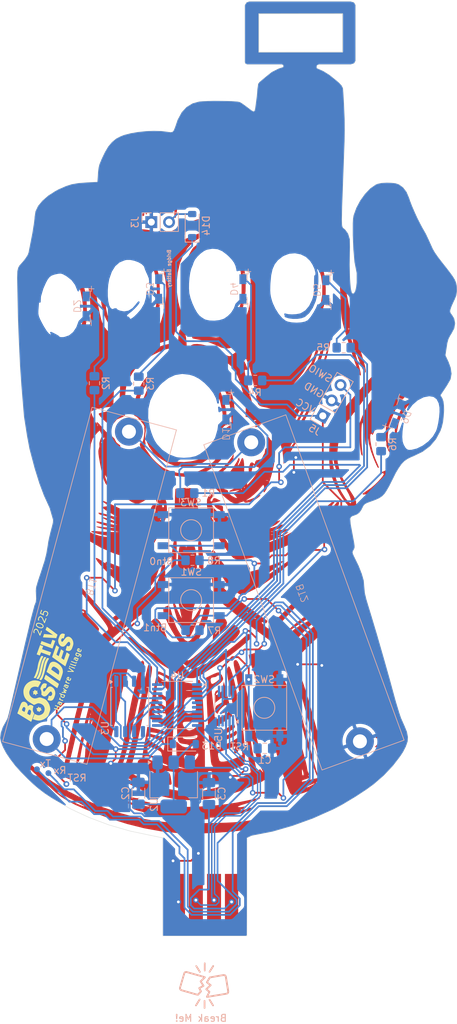
<source format=kicad_pcb>
(kicad_pcb (version 20240108) (generator "pcbnew") (generator_version "8.0")
  (layers (0 "F.Cu" signal) (31 "B.Cu" signal) (34 "B.Paste" user) (35 "F.Paste" user) (36 "B.SilkS" user "B.Silkscreen") (37 "F.SilkS" user "F.Silkscreen") (38 "B.Mask" user) (39 "F.Mask" user) (44 "Edge.Cuts" user))
  (net 0 "")
  (net 1 "VCC")
  (net 2 "GND")
  (net 3 "RST")
  (net 4 "PC4")
  (net 5 "MISO")
  (net 6 "MOSI")
  (net 7 "SCK")
  (net 8 "SWIO")
  (net 9 "PC3")
  (net 10 "PC2")
  (net 11 "PC1")
  (net 12 "RX")
  (net 15 "PD2")
  (net 16 "PD3")
  (net 17 "3.3v")
  (net 18 "D+")
  (net 19 "D-")
  (net 20 "RXOUT")
  (net 21 "PD4")
  (net 25 "Net-(D1-A)")
  (net 26 "Net-(D2-A)")
  (net 27 "Net-(D3-A)")
  (net 28 "PC0")
  (net 29 "PD0")
  (net 30 "Net-(D4-A)")
  (net 31 "Net-(D5-A)")
  (net 32 "Net-(D6-A)")
  (net 33 "Net-(D13-A)")
  (net 34 "Net-(D14-A)")
  (net 35 "Net-(BT1--)")
  (footprint "LOGO" (layer "F.Cu") (at 0 0)
    (property "Reference" "G***" (hide yes))
    (property "Value" "LOGO" (hide yes))
  )
  (footprint "Connectors:usb-PCB" (layer "F.Cu") (at -4.02 80.05)
    (property "Reference" "J2" (hide yes))
    (property "Value" "USB_A" (hide yes))
  )
  (footprint "LOGO" (layer "F.Cu") (at -4.06 87.25)
    (property "Reference" "G***" (hide yes))
    (property "Value" "LOGO" (hide yes))
  )
  (footprint "LOGO" (layer "F.Cu") (at -26.85 43.06 70)
    (property "Reference" "G***" (hide yes))
    (property "Value" "LOGO" (hide yes))
  )
  (footprint "LOGO" (layer "F.Cu") (at 0 0)
    (property "Reference" "G***" (hide yes))
    (property "Value" "LOGO" (hide yes))
  )
  (footprint "LED_SMD:XL-2810" (layer "B.Cu") (at -10.65 -12.5 90)
    (property "Reference" "D3")
    (property "Value" "LED")
  )
  (footprint "LED_SMD:XL-2810" (layer "B.Cu") (at 23.6 5.4 -110)
    (property "Reference" "D6")
    (property "Value" "LED")
  )
  (footprint "Resistor_SMD:R_0805_2012Metric_Pad1.20x1.40mm_HandSolder" (layer "B.Cu") (at 21.2 9.7 90)
    (property "Reference" "R6")
    (property "Value" "100")
  )
  (footprint "Resistor_SMD:R_0805_2012Metric_Pad1.20x1.40mm_HandSolder" (layer "B.Cu") (at -5.8 26.3 180)
    (property "Reference" "R8")
    (property "Value" "1k")
  )
  (footprint "Package_SO:SOIC-8_5.23x5.23mm_P1.27mm" (layer "B.Cu") (at -14.8 47.2 -90)
    (property "Reference" "U3")
    (property "Value" "W25Q128JVS")
  )
  (footprint "SMD-Button-6x6-4Pin:SMD-BTN-6x6-4Pin" (layer "B.Cu") (at 4.475 47.4 90)
    (property "Reference" "SW2")
    (property "Value" "SW_Push")
  )
  (footprint "Diode_SMD:D_SOD-123" (layer "B.Cu") (at -6.984 52.578)
    (property "Reference" "D13")
    (property "Value" "D")
  )
  (footprint "SMD-Button-6x6-4Pin:SMD-BTN-6x6-4Pin" (layer "B.Cu") (at -6 32 180)
    (property "Reference" "SW1")
    (property "Value" "SW_Push")
  )
  (footprint "SMD-Button-6x6-4Pin:SMD-BTN-6x6-4Pin" (layer "B.Cu") (at -6 22 180)
    (property "Reference" "SW3")
    (property "Value" "SW_Push")
  )
  (footprint "Connector_PinHeader_2.54mm:PinHeader_1x03_P2.54mm_Vertical" (layer "B.Cu") (at 12.85 5.65 -30)
    (property "Reference" "J5")
    (property "Value" "Conn_01x03_Pin")
  )
  (footprint "Resistor_SMD:R_0805_2012Metric_Pad1.20x1.40mm_HandSolder" (layer "B.Cu") (at -13.5 1.05 90)
    (property "Reference" "R3")
    (property "Value" "100")
  )
  (footprint "Capacitor_SMD:C_1206_3216Metric_Pad1.33x1.80mm_HandSolder" (layer "B.Cu") (at -13.55 59.6125 -90)
    (property "Reference" "C2")
    (property "Value" "100uF")
  )
  (footprint "Resistor_SMD:R_0805_2012Metric_Pad1.20x1.40mm_HandSolder" (layer "B.Cu") (at -5.8 36.3 180)
    (property "Reference" "R7")
    (property "Value" "1k")
  )
  (footprint "Package_SO:TSSOP-20_4.4x6.5mm_P0.65mm" (layer "B.Cu") (at -8 47 180)
    (property "Reference" "U4")
    (property "Value" "CH32V003F4P6")
  )
  (footprint "LED_SMD:XL-2810" (layer "B.Cu") (at -1.025 4.77 90)
    (property "Reference" "D1")
    (property "Value" "LED")
  )
  (footprint "Resistor_SMD:R_0805_2012Metric_Pad1.20x1.40mm_HandSolder" (layer "B.Cu") (at 3.17 0.59 180)
    (property "Reference" "R4")
    (property "Value" "100")
  )
  (footprint "LED_SMD:XL-2810" (layer "B.Cu") (at 1.415 -12.49 90)
    (property "Reference" "D4")
    (property "Value" "LED")
  )
  (footprint "Resistor_SMD:R_0805_2012Metric_Pad1.20x1.40mm_HandSolder" (layer "B.Cu") (at 15.84 -4.1 180)
    (property "Reference" "R5")
    (property "Value" "100")
  )
  (footprint "LED_SMD:XL-2810" (layer "B.Cu") (at 13.29 -12.33 90)
    (property "Reference" "D5")
    (property "Value" "LED")
  )
  (footprint "Package_TO_SOT_SMD:SOT-223-3_TabPin2" (layer "B.Cu") (at -8.5 58.35 -90)
    (property "Reference" "U2")
    (property "Value" "AMS1117-3.3")
  )
  (footprint "Connector_PinHeader_2.54mm:PinHeader_1x02_P2.54mm_Vertical" (layer "B.Cu") (at -11.7 -22.05 -90)
    (property "Reference" "J3")
    (property "Value" "Conn_01x02_Pin")
  )
  (footprint "Capacitor_SMD:C_1206_3216Metric_Pad1.33x1.80mm_HandSolder" (layer "B.Cu") (at -3.45 59.6625 90)
    (property "Reference" "C3")
    (property "Value" "100uF")
  )
  (footprint "Resistor_SMD:R_0805_2012Metric_Pad1.20x1.40mm_HandSolder" (layer "B.Cu") (at -19.84 0.98 90)
    (property "Reference" "R2")
    (property "Value" "100")
  )
  (footprint "Package_SO:MSOP-10_3x3mm_P0.5mm" (layer "B.Cu") (at -1 47.15 90)
    (property "Reference" "U5")
    (property "Value" "CH340E")
  )
  (footprint "Capacitor_SMD:C_0805_2012Metric_Pad1.18x1.45mm_HandSolder" (layer "B.Cu") (at 4.55 53.2)
    (property "Reference" "C1")
    (property "Value" "100nF")
  )
  (footprint "Diode_SMD:D_SOD-123" (layer "B.Cu") (at -5.85 -21.55 90)
    (property "Reference" "D14")
    (property "Value" "D")
  )
  (footprint "Battery:BH-AAA-A1AJ001" (layer "B.Cu") (at 10.384924 30.814495 -70)
    (property "Reference" "BT2")
    (property "Value" "BATTERY-AAA")
  )
  (footprint "Resistor_SMD:R_0805_2012Metric_Pad1.20x1.40mm_HandSolder" (layer "B.Cu") (at -6.55 16.7 180)
    (property "Reference" "R1")
    (property "Value" "100")
  )
  (footprint "LED_SMD:XL-2810" (layer "B.Cu") (at -21.04 -10.025 90)
    (property "Reference" "D2")
    (property "Value" "LED")
  )
  (footprint "Battery:BH-AAA-A1AJ001" (layer "B.Cu") (at -20.791481 29.885295 75)
    (property "Reference" "BT1")
    (property "Value" "BATTERY-AAA")
  )
  (gr_circle (center -26.435 56.735) (end -26.225 56.975) (stroke (width 0.2)) (fill solid) (layer "B.Cu") (net 12))
  (gr_circle (center -28.075 56.185) (end -27.865 56.425) (stroke (width 0.2)) (fill solid) (layer "B.Cu") (net 20))
  (gr_circle (center -23.87 58.3) (end -23.66 58.54) (stroke (width 0.2)) (fill solid) (layer "B.Cu") (net 3))
  (gr_line (start 3.69 -51.85) (end 15.69 -51.86) (stroke (width 0.1)) (layer "Edge.Cuts"))
  (gr_line (start 3.69 -46.35) (end 3.69 -51.85) (stroke (width 0.1)) (layer "Edge.Cuts"))
  (gr_line (start 15.69 -46.36) (end 15.69 -51.86) (stroke (width 0.1)) (layer "Edge.Cuts"))
  (gr_poly (pts (xy -33.34 51.69) (xy -33.23 52.29) (xy -32.94 53.03) (xy -32.5 53.86) (xy -31.9 54.75) (xy -31.19 55.68) (xy -30.37 56.59) (xy -29.37 57.6) (xy -28.6 58.33) (xy -27.86 58.96) (xy -26.98 59.63) (xy -25.98 60.29) (xy -25.28 60.7) (xy -24.42 61.19) (xy -23.37 61.79) (xy -22.58 62.17) (xy -20.61 63.08) (xy -17.79 64.14) (xy -14.74 65.02) (xy -11.65 65.67) (xy -10.05 66) (xy -10.05 80.02) (xy 2 80.02) (xy 2 66) (xy 2.67 65.68) (xy 5.69 65.09) (xy 8.53 64.27) (xy 11.44 63.22) (xy 14.45 61.88) (xy 15.64 61.25) (xy 17.56 60.1) (xy 19.1 59.09) (xy 20.16 58.32) (xy 21.59 57.08) (xy 22.89 55.7) (xy 23.71 54.64) (xy 23.99 54.26) (xy 24.34 53.73) (xy 24.75 52.93) (xy 25 52.21) (xy 25.04 51.57) (xy 24.9 50.83) (xy 24.56 50) (xy 24.39 49.62) (xy 24.05 48.85) (xy 23.8 48.11) (xy 23.29 46.43) (xy 22.4 43.17) (xy 21.65 40.52) (xy 20.61 36.91) (xy 19.86 34.41) (xy 19.1 31.92) (xy 18.87 30.97) (xy 18.71 29.19) (xy 18.44 28.25) (xy 17.99 27.1) (xy 17.25 25.59) (xy 17.12 25.25) (xy 17.13 25.06) (xy 17.35 24.64) (xy 17.4 24.47) (xy 17.4 24.22) (xy 17.35 23.84) (xy 16.84 21.12) (xy 16.78 20.37) (xy 16.87 20.16) (xy 17.02 20.03) (xy 17.74 19.76) (xy 18.07 19.52) (xy 18.34 19.16) (xy 18.68 18.5) (xy 18.89 18.27) (xy 19.22 18.1) (xy 20.4 17.67) (xy 20.93 17.43) (xy 21.35 17.15) (xy 21.69 16.8) (xy 21.98 16.37) (xy 22.36 15.71) (xy 22.97 14.5) (xy 23.29 13.85) (xy 23.69 13.18) (xy 24.12 12.56) (xy 24.52 12.14) (xy 25 11.81) (xy 25.55 11.54) (xy 25.81 11.44) (xy 27.14 10.8) (xy 28.23 9.98) (xy 29.06 9) (xy 29.69 7.83) (xy 29.89 7.27) (xy 30.07 6.53) (xy 30.16 5.73) (xy 30.22 4.86) (xy 30.2 4.19) (xy 30.13 3.59) (xy 29.97 3.13) (xy 29.71 2.71) (xy 30.22 1.95) (xy 30.64 1.31) (xy 31.09 0.53) (xy 31.15 0.41) (xy 31.29 -0.37) (xy 31.16 -1.25) (xy 30.86 -2.07) (xy 30.42 -3) (xy 30.42 -3.05) (xy 30.69 -4.78) (xy 30.85 -5.34) (xy 31.08 -5.79) (xy 31.27 -6.09) (xy 31.67 -6.84) (xy 31.8 -7.58) (xy 31.66 -8.28) (xy 31.37 -8.76) (xy 31.15 -9.06) (xy 31.08 -9.3) (xy 31.13 -9.57) (xy 31.29 -10.02) (xy 31.57 -10.64) (xy 31.75 -11.02) (xy 31.96 -11.54) (xy 32.05 -12.14) (xy 32.05 -12.45) (xy 32.03 -12.93) (xy 31.94 -13.37) (xy 31.77 -13.8) (xy 31.48 -14.28) (xy 31.09 -14.82) (xy 30.57 -15.5) (xy 29.95 -16.28) (xy 29.33 -17.09) (xy 28.88 -17.74) (xy 28.59 -18.25) (xy 28.27 -18.96) (xy 28 -19.55) (xy 27.76 -20.06) (xy 27.61 -20.38) (xy 27.14 -21.2) (xy 26.87 -21.7) (xy 26.41 -22.6) (xy 26.02 -23.45) (xy 25.63 -24.35) (xy 25.32 -25.16) (xy 25.22 -25.48) (xy 24.84 -26.37) (xy 24.34 -27.02) (xy 23.74 -27.45) (xy 23.28 -27.6) (xy 22.67 -27.67) (xy 22.02 -27.69) (xy 21.29 -27.65) (xy 20.71 -27.53) (xy 20.45 -27.43) (xy 19.65 -26.88) (xy 18.88 -26.07) (xy 18.2 -25.12) (xy 17.65 -24.09) (xy 17.26 -23.02) (xy 17.18 -22.53) (xy 17.14 -21.88) (xy 17.14 -20.2) (xy 17.23 -18.13) (xy 17.39 -16.32) (xy 17.7 -14.77) (xy 17.7 -13.4) (xy 17.63 -12.78) (xy 17.5 -12.21) (xy 17.31 -11.88) (xy 17.14 -11.83) (xy 17 -11.98) (xy 16.87 -12.52) (xy 16.8 -13.25) (xy 16.74 -14.13) (xy 16.7 -15.95) (xy 16.74 -18.48) (xy 16.72 -19.6) (xy 16.47 -20.41) (xy 16.05 -20.99) (xy 15.8 -21.19) (xy 15.74 -21.25) (xy 15.68 -21.35) (xy 15.63 -21.52) (xy 15.6 -21.75) (xy 15.58 -22.4) (xy 15.62 -24.21) (xy 15.97 -33.65) (xy 15.99 -35.13) (xy 15.98 -36.77) (xy 15.89 -38.83) (xy 15.79 -40.56) (xy 15.74 -41.18) (xy 15.56 -41.56) (xy 15.19 -41.97) (xy 14.78 -42.32) (xy 13.82 -43.09) (xy 12.925 -43.65) (xy 12.15 -43.992125) (xy 11.975 -44.075) (xy 11.975 -44.38) (xy 12.08 -44.51) (xy 12.29 -44.6) (xy 16.86 -44.6) (xy 17.33 -44.75) (xy 17.531111 -45.10002) (xy 17.530065 -53.100001) (xy 17.31 -53.47) (xy 16.84 -53.6) (xy 2.3 -53.6) (xy 1.92 -53.45) (xy 1.69 -53.06) (xy 1.690556 -44.9) (xy 1.8 -44.69) (xy 2.02 -44.6) (xy 6.97 -44.6) (xy 7.12 -44.55) (xy 7.2 -44.47) (xy 7.2 -44.225) (xy 6.5 -44) (xy 5.55 -43.52) (xy 4.79 -42.92) (xy 4.25 -42.47) (xy 3.76 -42.05) (xy 3.6 -41.82) (xy 3.49 -41.06) (xy 3.45 -40.46) (xy 3.38 -39.85) (xy 3.32 -39.39) (xy 3.17 -38.28) (xy 3.07 -37.93) (xy 2.95 -37.87) (xy 2.7 -37.99) (xy 2.29 -38.3) (xy 1.69 -38.75) (xy 1.25 -39.06) (xy 0.97 -39.22) (xy 0.67 -39.28) (xy -0.26 -39.35) (xy -1.44 -39.38) (xy -2.75 -39.39) (xy -3.47 -39.37) (xy -4.32 -39.33) (xy -4.85 -39.29) (xy -5.8 -39.03) (xy -6.67 -38.5) (xy -7.35 -37.76) (xy -7.93 -36.69) (xy -8.28 -35.67) (xy -8.48 -35.17) (xy -8.65 -34.97) (xy -8.9 -34.9) (xy -9.24 -34.94) (xy -9.35 -34.96) (xy -10.25 -35.07) (xy -11.33 -35.1) (xy -12.38 -35.06) (xy -13.57 -34.94) (xy -14.68 -34.75) (xy -15.61 -34.51) (xy -16.1 -34.32) (xy -16.74 -33.99) (xy -17.34 -33.49) (xy -17.87 -32.86) (xy -18.18 -32.33) (xy -18.33 -32.08) (xy -18.57 -31.59) (xy -18.81 -31.08) (xy -19.12 -30.33) (xy -19.24 -29.86) (xy -19.32 -29.24) (xy -19.36 -28.62) (xy -19.42 -27.8) (xy -20.21 -27.76) (xy -20.97 -27.72) (xy -22.14 -27.63) (xy -23.12 -27.46) (xy -23.96 -27.19) (xy -24.63 -26.89) (xy -24.93 -26.77) (xy -25.55 -26.43) (xy -25.97 -26.15) (xy -26.44 -25.86) (xy -27.29 -25.12) (xy -27.91 -24.37) (xy -28.28 -23.6) (xy -28.41 -22.81) (xy -28.42 -22.58) (xy -28.49 -21.98) (xy -28.72 -20.52) (xy -29.28 -17.68) (xy -29.43 -17.31) (xy -29.77 -16.8) (xy -30.05 -16.45) (xy -30.59 -15.84) (xy -30.74 -15.57) (xy -30.81 -15.35) (xy -30.88 -15.02) (xy -30.91 -14.07) (xy -30.8 -8.57) (xy -30.69 -5.64) (xy -30.5 -1.57) (xy -30.3 1.33) (xy -29.93 5.75) (xy -29.5 8.49) (xy -29.14 10.39) (xy -28.4 13.18) (xy -27.74 15.29) (xy -27.08 17.05) (xy -26.26 18.84) (xy -25.77 20.53) (xy -25.79 20.87) (xy -25.85 21.16) (xy -26.18 22.42) (xy -26.37 23.24) (xy -26.46 23.68) (xy -26.53 24.17) (xy -26.73 25.34) (xy -27.01 26.46) (xy -27.16 26.9) (xy -27.49 27.94) (xy -27.75 28.71) (xy -27.98 29.41) (xy -28.09 29.81) (xy -28.16 30.01) (xy -28.21 30.28) (xy -28.23 30.54) (xy -28.24 30.69) (xy -28.2 31.51) (xy -28.19 31.84) (xy -28.25 32.29) (xy -28.44 32.77) (xy -28.94 34.64) (xy -29.23 35.89) (xy -29.82 38.36) (xy -32.07 48.1) (xy -32.29 48.9) (xy -32.47 49.25) (xy -32.77 49.79) (xy -32.97 50.16) (xy -33.25 50.97)) (stroke (width 0.05)) (fill none) (layer "Edge.Cuts"))
  (gr_line (start 3.69 -46.35) (end 15.69 -46.36) (stroke (width 0.1)) (layer "Edge.Cuts"))
  (gr_text "SWIO" (at 13.85 1.05 330) (layer "B.SilkS") (effects (font (size 1 1)) (justify left bottom mirror)))
  (gr_text "RST" (at 2.4 53.54 0) (layer "B.SilkS") (effects (font (size 1 1)) (justify left bottom mirror)))
  (gr_text "VCC" (at 11.365686 5.560907 330) (layer "B.SilkS") (effects (font (size 1 1)) (justify left bottom mirror)))
  (gr_text "Bridge Battery" (at -8.86 -18.2 90) (layer "B.SilkS") (effects (font (size 0.5 0.5) (thickness 0.125)) (justify left bottom mirror)))
  (gr_text "Rx" (at -23.77 56.92 0) (layer "B.SilkS") (effects (font (size 1 1)) (justify left bottom mirror)))
  (gr_text "GND" (at 12.7 3.3 330) (layer "B.SilkS") (effects (font (size 1 1)) (justify left bottom mirror)))
  (gr_text "Tx" (at -25.99 55.96 0) (layer "B.SilkS") (effects (font (size 1 1)) (justify left bottom mirror)))
  (gr_text "RST" (at -20.87 58.01 0) (layer "B.SilkS") (effects (font (size 1 1)) (justify left bottom mirror)))
  (gr_text "Btn1" (at -9.34 36.52 0) (layer "B.SilkS") (effects (font (size 1 1)) (justify left bottom mirror)))
  (gr_text "Btn0" (at -8.45 27.05 0) (layer "B.SilkS") (effects (font (size 1 1)) (justify left bottom mirror)))
  (gr_text "Break Me!" (at -0.78 92.36 0) (layer "B.SilkS") (effects (font (size 1 1)) (justify left bottom mirror)))
  (gr_text "2025" (at -27.6 37.27 70) (layer "F.SilkS") (effects (font (size 1 1) (thickness 0.125) (bold yes)) (justify left bottom)))
  (gr_text "Hardware Village" (at -24.87 48.02 70) (layer "F.SilkS") (effects (font (size 0.75 0.75) (thickness 0.125) (bold yes)) (justify left bottom)))
  (via (at -0.21 75.15) (size 0.8) (drill 0.4) (layers "F.Cu" "B.Cu") (net 1))
  (segment (start -3.47 73.30104) (end -3.55896 73.39) (width 0.25) (layer "B.Cu") (net 1))
  (segment (start -5.4375 55.9625) (end -6.2 55.2) (width 0.25) (layer "B.Cu") (net 1))
  (segment (start -4.835305 73.39) (end -6.045 74.599695) (width 0.25) (layer "B.Cu") (net 1))
  (segment (start -5.56 76.1) (end -1.16 76.1) (width 0.25) (layer "B.Cu") (net 1))
  (segment (start -3.435 64.065) (end -3.47 64.1) (width 0.25) (layer "B.Cu") (net 1))
  (segment (start -1.16 76.1) (end -0.21 75.15) (width 0.25) (layer "B.Cu") (net 1))
  (segment (start -3.5 55.9625) (end -0.300292 55.9625) (width 0.25) (layer "B.Cu") (net 1))
  (segment (start 2.36 58.27) (end -3.435 64.065) (width 0.25) (layer "B.Cu") (net 1))
  (segment (start 1.072208 57.335) (end 2.045 57.335) (width 0.25) (layer "B.Cu") (net 1))
  (segment (start -3.47 64.1) (end -3.47 73.30104) (width 0.25) (layer "B.Cu") (net 1))
  (segment (start -6.045 74.599695) (end -6.045 75.615) (width 0.25) (layer "B.Cu") (net 1))
  (segment (start -3.55896 73.39) (end -4.835305 73.39) (width 0.25) (layer "B.Cu") (net 1))
  (segment (start -0.300292 55.9625) (end 1.072208 57.335) (width 0.25) (layer "B.Cu") (net 1))
  (segment (start -3.5 55.9625) (end -5.4375 55.9625) (width 0.25) (layer "B.Cu") (net 1))
  (segment (start -3.45 61.225) (end -3.45 64.05) (width 0.25) (layer "B.Cu") (net 1))
  (segment (start 2.045 57.335) (end 2.36 57.65) (width 0.25) (layer "B.Cu") (net 1))
  (segment (start -3.45 64.05) (end -3.435 64.065) (width 0.25) (layer "B.Cu") (net 1))
  (segment (start -6.045 75.615) (end -5.56 76.1) (width 0.25) (layer "B.Cu") (net 1))
  (segment (start 2.36 57.65) (end 2.36 58.27) (width 0.25) (layer "B.Cu") (net 1))
  (segment (start -0.39 57.33) (end -0.2 57.14) (width 0.25) (layer "F.Cu") (net 2))
  (segment (start 9.25 41.18) (end 12.55 41.18) (width 0.25) (layer "F.Cu") (net 2))
  (segment (start -16.8 53.3) (end -16.8 54.65) (width 0.25) (layer "F.Cu") (net 2))
  (segment (start 0.83 57.14) (end 1.81 56.16) (width 0.25) (layer "F.Cu") (net 2))
  (segment (start 8.71 13.73) (end 8.71 13.76) (width 0.25) (layer "F.Cu") (net 2))
  (segment (start -16.8 54.65) (end -17.5 55.35) (width 0.25) (layer "F.Cu") (net 2))
  (segment (start 8.99 11.61) (end 8.71 11.89) (width 0.25) (layer "F.Cu") (net 2))
  (segment (start -6.03 69.28) (end -4.96 68.21) (width 0.25) (layer "F.Cu") (net 2))
  (segment (start -8.59 69.28) (end -6.03 69.28) (width 0.25) (layer "F.Cu") (net 2))
  (segment (start 12.55 41.18) (end 12.71 41.34) (width 0.25) (layer "F.Cu") (net 2))
  (segment (start -0.2 57.14) (end 0.83 57.14) (width 0.25) (layer "F.Cu") (net 2))
  (segment (start 8.71 11.89) (end 8.71 13.73) (width 0.25) (layer "F.Cu") (net 2))
  (via (at 8.99 11.61) (size 0.8) (drill 0.4) (layers "F.Cu" "B.Cu") (net 2))
  (via (at -17.5 55.35) (size 0.8) (drill 0.4) (layers "F.Cu" "B.Cu") (net 2))
  (via (at 8.71 13.73) (size 0.8) (drill 0.4) (layers "F.Cu" "B.Cu") (net 2))
  (via (at -16.8 53.3) (size 0.8) (drill 0.4) (layers "F.Cu" "B.Cu") (net 2))
  (via (at -8.59 69.28) (size 0.8) (drill 0.4) (layers "F.Cu" "B.Cu") (net 2))
  (via (at 9.25 41.18) (size 0.8) (drill 0.4) (layers "F.Cu" "B.Cu") (net 2))
  (via (at -0.39 57.33) (size 0.8) (drill 0.4) (layers "F.Cu" "B.Cu") (net 2))
  (via (at 1.81 56.16) (size 0.8) (drill 0.4) (layers "F.Cu" "B.Cu") (net 2))
  (via (at 12.71 41.34) (size 0.8) (drill 0.4) (layers "F.Cu" "B.Cu") (net 2))
  (via (at -7.83 75.15) (size 0.8) (drill 0.4) (layers "F.Cu" "B.Cu") (net 2))
  (via (at -4.96 68.21) (size 0.8) (drill 0.4) (layers "F.Cu" "B.Cu") (net 2))
  (segment (start 1.17 56.16) (end -1 53.99) (width 0.25) (layer "B.Cu") (net 2))
  (segment (start -6.902209 47.975) (end -10.07521 51.148001) (width 0.25) (layer "B.Cu") (net 2))
  (segment (start -6.75 62.9) (end -4.675 60.825) (width 0.25) (layer "B.Cu") (net 2))
  (segment (start 1.85 -10.975) (end 1.75 -11.075) (width 0.25) (layer "B.Cu") (net 2))
  (segment (start -13.55 58.05) (end -14.775 59.275) (width 0.25) (layer "B.Cu") (net 2))
  (segment (start -13.084417 62.492791) (end -12.677208 62.9) (width 0.25) (layer "B.Cu") (net 2))
  (segment (start -10.07521 51.212468) (end -12.162742 53.3) (width 0.25) (layer "B.Cu") (net 2))
  (segment (start -5.1375 47.975) (end -6.902209 47.975) (width 0.25) (layer "B.Cu") (net 2))
  (segment (start -4.675 60.825) (end -4.675 59.325) (width 0.25) (layer "B.Cu") (net 2))
  (segment (start -10.07521 51.148001) (end -10.07521 51.212468) (width 0.25) (layer "B.Cu") (net 2))
  (segment (start -12.162742 53.3) (end -16.8 53.3) (width 0.25) (layer "B.Cu") (net 2))
  (segment (start -4.675 59.325) (end -3.45 58.1) (width 0.25) (layer "B.Cu") (net 2))
  (segment (start -14.775 61.867791) (end -14.15 62.492791) (width 0.25) (layer "B.Cu") (net 2))
  (segment (start 24.078828 4.08443) (end 24.078828 3.683804) (width 0.25) (layer "B.Cu") (net 2))
  (segment (start 8.935 11.61) (end 8.99 11.61) (width 0.25) (layer "B.Cu") (net 2))
  (segment (start 24.078828 4.08443) (end 24.11443 4.08443) (width 0.25) (layer "B.Cu") (net 2))
  (segment (start -14.775 59.275) (end -14.775 61.867791) (width 0.25) (layer "B.Cu") (net 2))
  (segment (start -12.677208 62.9) (end -6.75 62.9) (width 0.25) (layer "B.Cu") (net 2))
  (segment (start -14.09 19.73) (end -14.18 19.73) (width 0.25) (layer "B.Cu") (net 2))
  (segment (start -1 53.99) (end -1 49.2625) (width 0.25) (layer "B.Cu") (net 2))
  (segment (start 1.81 56.16) (end 1.17 56.16) (width 0.25) (layer "B.Cu") (net 2))
  (segment (start 24.11443 4.08443) (end 24.26 4.23) (width 0.25) (layer "B.Cu") (net 2))
  (segment (start -14.8 58.05) (end -13.55 58.05) (width 0.25) (layer "B.Cu") (net 2))
  (segment (start -14.15 62.492791) (end -13.084417 62.492791) (width 0.25) (layer "B.Cu") (net 2))
  (segment (start -17.5 55.35) (end -14.8 58.05) (width 0.25) (layer "B.Cu") (net 2))
  (segment (start -0.1 40.15) (end 0.75 40.15) (width 0.25) (layer "F.Cu") (net 3))
  (segment (start -1.65 41.7) (end -0.1 40.15) (width 0.25) (layer "F.Cu") (net 3))
  (segment (start -25.21 54.6) (end -24.04582 53.43582) (width 0.25) (layer "F.Cu") (net 3))
  (segment (start -24.04582 53.43582) (end -24.04582 52.13459) (width 0.25) (layer "F.Cu") (net 3))
  (segment (start -25.21 56.93) (end -25.21 54.6) (width 0.25) (layer "F.Cu") (net 3))
  (segment (start -1.87 41.7) (end -1.65 41.7) (width 0.25) (layer "F.Cu") (net 3))
  (segment (start 0.75 40.15) (end 2.25 41.65) (width 0.25) (layer "F.Cu") (net 3))
  (segment (start -23.84 58.3) (end -25.21 56.93) (width 0.25) (layer "F.Cu") (net 3))
  (segment (start 2.25 41.65) (end 2.25 43.35) (width 0.25) (layer "F.Cu") (net 3))
  (via (at 2.25 43.35) (size 0.8) (drill 0.4) (layers "F.Cu" "B.Cu") (net 3))
  (via (at -23.84 58.3) (size 0.8) (drill 0.4) (layers "F.Cu" "B.Cu") (net 3))
  (via (at -24.04582 52.13459) (size 0.8) (drill 0.4) (layers "F.Cu" "B.Cu") (net 3))
  (via (at -1.87 41.7) (size 0.8) (drill 0.4) (layers "F.Cu" "B.Cu") (net 3))
  (segment (start -12.413605 52.85) (end -6.95 47.386395) (width 0.25) (layer "B.Cu") (net 3))
  (segment (start -4.400001 46.025) (end -5.1375 46.025) (width 0.25) (layer "B.Cu") (net 3))
  (segment (start 2.25 51.45) (end 2.25 43.35) (width 0.25) (layer "B.Cu") (net 3))
  (segment (start -24.130958 48.988637) (end -20.086058 48.988637) (width 0.25) (layer "B.Cu") (net 3))
  (segment (start 3.5125 52.7125) (end 2.25 51.45) (width 0.25) (layer "B.Cu") (net 3))
  (segment (start -1.87 41.7) (end -1.87 43.494999) (width 0.25) (layer "B.Cu") (net 3))
  (segment (start -24.354614 50.214981) (end -24.555653 50.013942) (width 0.25) (layer "B.Cu") (net 3))
  (segment (start -20.086058 48.988637) (end -16.224695 52.85) (width 0.25) (layer "B.Cu") (net 3))
  (segment (start -24.555653 49.413332) (end -24.130958 48.988637) (width 0.25) (layer "B.Cu") (net 3))
  (segment (start -1.87 43.494999) (end -4.400001 46.025) (width 0.25) (layer "B.Cu") (net 3))
  (segment (start 3.5125 53.2) (end 3.5125 52.7125) (width 0.25) (layer "B.Cu") (net 3))
  (segment (start -5.874999 46.025) (end -5.1375 46.025) (width 0.25) (layer "B.Cu") (net 3))
  (segment (start -24.04582 52.13459) (end -24.04582 51.87418) (width 0.25) (layer "B.Cu") (net 3))
  (segment (start -6.95 47.100001) (end -5.874999 46.025) (width 0.25) (layer "B.Cu") (net 3))
  (segment (start -24.555653 50.013942) (end -24.555653 49.413332) (width 0.25) (layer "B.Cu") (net 3))
  (segment (start -24.354614 51.565386) (end -24.354614 50.214981) (width 0.25) (layer "B.Cu") (net 3))
  (segment (start -24.04582 51.87418) (end -24.354614 51.565386) (width 0.25) (layer "B.Cu") (net 3))
  (segment (start -16.224695 52.85) (end -12.413605 52.85) (width 0.25) (layer "B.Cu") (net 3))
  (segment (start -6.95 47.386395) (end -6.95 47.100001) (width 0.25) (layer "B.Cu") (net 3))
  (segment (start -8.3 46.149999) (end -10.125001 47.975) (width 0.25) (layer "B.Cu") (net 4))
  (segment (start 4.5 13.65) (end 7.15 13.65) (width 0.25) (layer "B.Cu") (net 4))
  (segment (start 18.099188 12.65) (end 18.195 12.745812) (width 0.25) (layer "B.Cu") (net 4))
  (segment (start -10.125001 47.975) (end -10.8625 47.975) (width 0.25) (layer "B.Cu") (net 4))
  (segment (start 5.855 29.070305) (end -8.3 43.225305) (width 0.25) (layer "B.Cu") (net 4))
  (segment (start -8.3 43.225305) (end -8.3 46.149999) (width 0.25) (layer "B.Cu") (net 4))
  (segment (start 1.45 16.7) (end -5.55 16.7) (width 0.25) (layer "B.Cu") (net 4))
  (segment (start 7.15 13.65) (end 8.15 12.65) (width 0.25) (layer "B.Cu") (net 4))
  (segment (start 12.798939 15.101061) (end 5.855 22.045) (width 0.25) (layer "B.Cu") (net 4))
  (segment (start 5.855 22.045) (end 5.855 29.070305) (width 0.25) (layer "B.Cu") (net 4))
  (segment (start 1.45 16.7) (end 4.5 13.65) (width 0.25) (layer "B.Cu") (net 4))
  (segment (start 8.15 12.65) (end 18.099188 12.65) (width 0.25) (layer "B.Cu") (net 4))
  (segment (start 15.839751 15.101061) (end 12.798939 15.101061) (width 0.25) (layer "B.Cu") (net 4))
  (segment (start 18.195 12.745812) (end 15.839751 15.101061) (width 0.25) (layer "B.Cu") (net 4))
  (segment (start -10.8625 46.025) (end -13.539695 46.025) (width 0.25) (layer "B.Cu") (net 5))
  (segment (start -15.615 43.345) (end -15.615 43.6) (width 0.25) (layer "B.Cu") (net 5))
  (segment (start -15.165 44.399695) (end -15.165 43.6) (width 0.25) (layer "B.Cu") (net 5))
  (segment (start -13.539695 46.025) (end -15.165 44.399695) (width 0.25) (layer "B.Cu") (net 5))
  (segment (start -12.895 50.8) (end -12.895 51.599999) (width 0.25) (layer "B.Cu") (net 6))
  (segment (start -13.220001 51.925) (end -14.515908 51.925) (width 0.25) (layer "B.Cu") (net 6))
  (segment (start -11.825 46.675) (end -10.8625 46.675) (width 0.25) (layer "B.Cu") (net 6))
  (segment (start -14.79 51.650908) (end -14.79 49.64) (width 0.25) (layer "B.Cu") (net 6))
  (segment (start -14.515908 51.925) (end -14.79 51.650908) (width 0.25) (layer "B.Cu") (net 6))
  (segment (start -14.79 49.64) (end -11.825 46.675) (width 0.25) (layer "B.Cu") (net 6))
  (segment (start -12.895 51.599999) (end -13.220001 51.925) (width 0.25) (layer "B.Cu") (net 6))
  (segment (start -14.165 49.890001) (end -14.165 50.8) (width 0.25) (layer "B.Cu") (net 7))
  (segment (start -10.8625 47.325) (end -11.599999 47.325) (width 0.25) (layer "B.Cu") (net 7))
  (segment (start -11.599999 47.325) (end -14.165 49.890001) (width 0.25) (layer "B.Cu") (net 7))
  (segment (start 6.6 14.9) (end 6.85 15.15) (width 0.25) (layer "F.Cu") (net 8))
  (segment (start 6.6 12.9) (end 6.6 14.9) (width 0.25) (layer "F.Cu") (net 8))
  (segment (start -18.75 28.8) (end -16.9 30.65) (width 0.25) (layer "F.Cu") (net 8))
  (segment (start -20.95 28.8) (end -18.75 28.8) (width 0.25) (layer "F.Cu") (net 8))
  (via (at -20.95 28.8) (size 0.8) (drill 0.4) (layers "F.Cu" "B.Cu") (net 8))
  (via (at -16.9 30.65) (size 0.8) (drill 0.4) (layers "F.Cu" "B.Cu") (net 8))
  (via (at 6.85 15.15) (size 0.8) (drill 0.4) (layers "F.Cu" "B.Cu") (net 8))
  (via (at 6.6 12.9) (size 0.8) (drill 0.4) (layers "F.Cu" "B.Cu") (net 8))
  (segment (start -15.106396 38.016396) (end -11.925 41.197792) (width 0.25) (layer "B.Cu") (net 8))
  (segment (start -20.95 33.872792) (end -16.806396 38.016396) (width 0.25) (layer "B.Cu") (net 8))
  (segment (start -20.95 28.8) (end -20.95 33.872792) (width 0.25) (layer "B.Cu") (net 8))
  (segment (start 5.45 15.15) (end 2.3 18.3) (width 0.25) (layer "B.Cu") (net 8))
  (segment (start -11.553812 45.375) (end -10.8625 45.375) (width 0.25) (layer "B.Cu") (net 8))
  (segment (start -11.925 45.003812) (end -11.553812 45.375) (width 0.25) (layer "B.Cu") (net 8))
  (segment (start 16.8 2.660591) (end 15.39 1.250591) (width 0.25) (layer "B.Cu") (net 8))
  (segment (start -16.806396 38.016396) (end -15.106396 38.016396) (width 0.25) (layer "B.Cu") (net 8))
  (segment (start -16.9 18.3) (end -16.9 30.65) (width 0.25) (layer "B.Cu") (net 8))
  (segment (start 16.8 10.15) (end 16.8 2.660591) (width 0.25) (layer "B.Cu") (net 8))
  (segment (start 6.6 12.9) (end 6.6 10.95) (width 0.25) (layer "B.Cu") (net 8))
  (segment (start 2.3 18.3) (end -16.9 18.3) (width 0.25) (layer "B.Cu") (net 8))
  (segment (start 6.85 15.15) (end 5.45 15.15) (width 0.25) (layer "B.Cu") (net 8))
  (segment (start 6.6 10.95) (end 7.4 10.15) (width 0.25) (layer "B.Cu") (net 8))
  (segment (start 7.4 10.15) (end 16.8 10.15) (width 0.25) (layer "B.Cu") (net 8))
  (segment (start -11.925 41.197792) (end -11.925 45.003812) (width 0.25) (layer "B.Cu") (net 8))
  (segment (start -16.08 51.67) (end -16.08 49.949092) (width 0.25) (layer "B.Cu") (net 9))
  (segment (start -15.35 52.4) (end -16.08 51.67) (width 0.25) (layer "B.Cu") (net 9))
  (segment (start -16.75 49.279092) (end -16.75 43.735) (width 0.25) (layer "B.Cu") (net 9))
  (segment (start -16.08 49.949092) (end -16.75 49.279092) (width 0.25) (layer "B.Cu") (net 9))
  (segment (start -11.803812 48.625) (end -11.944301 48.765489) (width 0.25) (layer "B.Cu") (net 9))
  (segment (start -11.944301 51.744301) (end -12.6 52.4) (width 0.25) (layer "B.Cu") (net 9))
  (segment (start -12.6 52.4) (end -15.35 52.4) (width 0.25) (layer "B.Cu") (net 9))
  (segment (start -10.8625 48.625) (end -11.803812 48.625) (width 0.25) (layer "B.Cu") (net 9))
  (segment (start -16.75 43.735) (end -16.885 43.6) (width 0.25) (layer "B.Cu") (net 9))
  (segment (start -11.944301 48.765489) (end -11.944301 51.744301) (width 0.25) (layer "B.Cu") (net 9))
  (segment (start 6.305 22.231396) (end 12.985335 15.551061) (width 0.25) (layer "B.Cu") (net 10))
  (segment (start 12.985335 15.551061) (end 16.026147 15.551061) (width 0.25) (layer "B.Cu") (net 10))
  (segment (start -10.125001 49.275) (end -7.85 46.999999) (width 0.25) (layer "B.Cu") (net 10))
  (segment (start -7.85 46.999999) (end -7.85 43.411701) (width 0.25) (layer "B.Cu") (net 10))
  (segment (start 16.026147 15.551061) (end 18.75 12.827208) (width 0.25) (layer "B.Cu") (net 10))
  (segment (start 18.75 -1.15) (end 16.825 -3.075) (width 0.25) (layer "B.Cu") (net 10))
  (segment (start 6.305 29.256701) (end 6.305 22.231396) (width 0.25) (layer "B.Cu") (net 10))
  (segment (start -7.85 43.411701) (end 6.305 29.256701) (width 0.25) (layer "B.Cu") (net 10))
  (segment (start -10.8625 49.275) (end -10.125001 49.275) (width 0.25) (layer "B.Cu") (net 10))
  (segment (start 8.31 0.59) (end 4.17 0.59) (width 0.25) (layer "B.Cu") (net 10))
  (segment (start 11.975 -3.075) (end 8.31 0.59) (width 0.25) (layer "B.Cu") (net 10))
  (segment (start 18.75 12.827208) (end 18.75 -1.15) (width 0.25) (layer "B.Cu") (net 10))
  (segment (start 16.825 -3.075) (end 11.975 -3.075) (width 0.25) (layer "B.Cu") (net 10))
  (segment (start 6.755 22.417792) (end 13.171731 16.001061) (width 0.25) (layer "B.Cu") (net 11))
  (segment (start 13.171731 16.001061) (end 16.212543 16.001061) (width 0.25) (layer "B.Cu") (net 11))
  (segment (start -10.8625 49.925) (end -10.125001 49.925) (width 0.25) (layer "B.Cu") (net 11))
  (segment (start 6.755 29.443097) (end 6.755 22.417792) (width 0.25) (layer "B.Cu") (net 11))
  (segment (start -7.4 47.199999) (end -7.4 43.598097) (width 0.25) (layer "B.Cu") (net 11))
  (segment (start 19.2 -1.74) (end 16.84 -4.1) (width 0.25) (layer "B.Cu") (net 11))
  (segment (start -7.4 43.598097) (end 6.755 29.443097) (width 0.25) (layer "B.Cu") (net 11))
  (segment (start -10.125001 49.925) (end -7.4 47.199999) (width 0.25) (layer "B.Cu") (net 11))
  (segment (start 16.212543 16.001061) (end 19.2 13.013604) (width 0.25) (layer "B.Cu") (net 11))
  (segment (start 19.2 13.013604) (end 19.2 -1.74) (width 0.25) (layer "B.Cu") (net 11))
  (segment (start 1.633996 39.056004) (end 1.22 39.47) (width 0.25) (layer "F.Cu") (net 12))
  (segment (start 4.47 38.24) (end 3.653996 39.056004) (width 0.25) (layer "F.Cu") (net 12))
  (segment (start 3.653996 39.056004) (end 1.633996 39.056004) (width 0.25) (layer "F.Cu") (net 12))
  (via (at 4.47 38.24) (size 0.8) (drill 0.4) (layers "F.Cu" "B.Cu") (net 12))
  (via (at 1.22 39.47) (size 0.8) (drill 0.4) (layers "F.Cu" "B.Cu") (net 12))
  (segment (start -4.2375 42.348964) (end -1 39.111464) (width 0.25) (layer "B.Cu") (net 12))
  (segment (start 0.84 39.57) (end 1.12 39.57) (width 0.25) (layer "B.Cu") (net 12))
  (segment (start -6.495 67.685) (end -6.495 75.801396) (width 0.25) (layer "B.Cu") (net 12))
  (segment (start 6.810305 32.775) (end 6.209695 32.775) (width 0.25) (layer "B.Cu") (net 12))
  (segment (start -1 39.111464) (end -1 40.53) (width 0.25) (layer "B.Cu") (net 12))
  (segment (start 0.515 74.849695) (end -2.22 72.114695) (width 0.25) (layer "B.Cu") (net 12))
  (segment (start -17.983605 62.146395) (end -17.187209 62.942791) (width 0.25) (layer "B.Cu") (net 12))
  (segment (start -3.625 43.609792) (end -4.2375 42.997292) (width 0.25) (layer "B.Cu") (net 12))
  (segment (start 7.510305 61.015) (end 10.975 57.550305) (width 0.25) (layer "B.Cu") (net 12))
  (segment (start 1.12 39.57) (end 1.22 39.47) (width 0.25) (layer "B.Cu") (net 12))
  (segment (start 10.975 36.939695) (end 6.810305 32.775) (width 0.25) (layer "B.Cu") (net 12))
  (segment (start -3.625 44.553812) (end -3.625 43.609792) (width 0.25) (layer "B.Cu") (net 12))
  (segment (start -10.58 63.6) (end -6.495 67.685) (width 0.25) (layer "B.Cu") (net 12))
  (segment (start 3.499434 61.015) (end 7.510305 61.015) (width 0.25) (layer "B.Cu") (net 12))
  (segment (start -19.713605 62.146395) (end -17.983605 62.146395) (width 0.25) (layer "B.Cu") (net 12))
  (segment (start 0.795 39.615) (end 0.84 39.57) (width 0.25) (layer "B.Cu") (net 12))
  (segment (start -13.270813 62.942791) (end -12.613604 63.6) (width 0.25) (layer "B.Cu") (net 12))
  (segment (start -0.584695 76.55) (end 0.515 75.450305) (width 0.25) (layer "B.Cu") (net 12))
  (segment (start -1 40.53) (end -0.12 40.53) (width 0.25) (layer "B.Cu") (net 12))
  (segment (start -5.1375 45.375) (end -4.446188 45.375) (width 0.25) (layer "B.Cu") (net 12))
  (segment (start 6.209695 32.775) (end 4.47 34.514695) (width 0.25) (layer "B.Cu") (net 12))
  (segment (start -0.12 40.53) (end 0.795 39.615) (width 0.25) (layer "B.Cu") (net 12))
  (segment (start -12.613604 63.6) (end -10.58 63.6) (width 0.25) (layer "B.Cu") (net 12))
  (segment (start 4.47 34.514695) (end 4.47 38.24) (width 0.25) (layer "B.Cu") (net 12))
  (segment (start -25.135 58.101002) (end -24.180803 59.055199) (width 0.25) (layer "B.Cu") (net 12))
  (segment (start -2.22 66.734434) (end 3.499434 61.015) (width 0.25) (layer "B.Cu") (net 12))
  (segment (start -24.180803 59.055199) (end -22.804801 59.055199) (width 0.25) (layer "B.Cu") (net 12))
  (segment (start 10.975 57.550305) (end 10.975 36.939695) (width 0.25) (layer "B.Cu") (net 12))
  (segment (start -1 40.53) (end -1 45.0375) (width 0.25) (layer "B.Cu") (net 12))
  (segment (start -4.2375 42.997292) (end -4.2375 42.348964) (width 0.25) (layer "B.Cu") (net 12))
  (segment (start -5.746396 76.55) (end -0.584695 76.55) (width 0.25) (layer "B.Cu") (net 12))
  (segment (start -25.135 58.035) (end -25.135 58.101002) (width 0.25) (layer "B.Cu") (net 12))
  (segment (start -4.446188 45.375) (end -3.625 44.553812) (width 0.25) (layer "B.Cu") (net 12))
  (segment (start 0.515 75.450305) (end 0.515 74.849695) (width 0.25) (layer "B.Cu") (net 12))
  (segment (start -22.804801 59.055199) (end -19.713605 62.146395) (width 0.25) (layer "B.Cu") (net 12))
  (segment (start -17.187209 62.942791) (end -13.270813 62.942791) (width 0.25) (layer "B.Cu") (net 12))
  (segment (start -6.495 75.801396) (end -5.746396 76.55) (width 0.25) (layer "B.Cu") (net 12))
  (segment (start -26.435 56.735) (end -25.135 58.035) (width 0.25) (layer "B.Cu") (net 12))
  (segment (start -2.22 72.114695) (end -2.22 66.734434) (width 0.25) (layer "B.Cu") (net 12))
  (segment (start -10.125001 44.725) (end -9.8 44.399999) (width 0.25) (layer "B.Cu") (net 15))
  (segment (start -9.8 44.399999) (end -9.8 42.05) (width 0.25) (layer "B.Cu") (net 15))
  (segment (start -9.8 42.05) (end -18.7 33.15) (width 0.25) (layer "B.Cu") (net 15))
  (segment (start -18.7 4.62) (end -16.13 2.05) (width 0.25) (layer "B.Cu") (net 15))
  (segment (start -10.8625 44.725) (end -10.125001 44.725) (width 0.25) (layer "B.Cu") (net 15))
  (segment (start -18.7 33.15) (end -18.7 4.62) (width 0.25) (layer "B.Cu") (net 15))
  (segment (start -16.13 2.05) (end -13.5 2.05) (width 0.25) (layer "B.Cu") (net 15))
  (segment (start -19.84 32.646396) (end -19.84 1.98) (width 0.25) (layer "B.Cu") (net 16))
  (segment (start -10.8625 44.075) (end -10.8625 41.623896) (width 0.25) (layer "B.Cu") (net 16))
  (segment (start -10.8625 41.623896) (end -19.84 32.646396) (width 0.25) (layer "B.Cu") (net 16))
  (segment (start 13.106989 24.756989) (end 13.05 24.7) (width 0.25) (layer "F.Cu") (net 17))
  (segment (start 7.54 25.6) (end 8.31 24.83) (width 0.25) (layer "F.Cu") (net 17))
  (segment (start 3.05 26.76) (end 4.4 26.76) (width 0.25) (layer "F.Cu") (net 17))
  (segment (start 15.49664 20.326671) (end 15.49664 17.775209) (width 0.25) (layer "F.Cu") (net 17))
  (segment (start 5.56 25.6) (end 7.54 25.6) (width 0.25) (layer "F.Cu") (net 17))
  (segment (start 13.05 24.7) (end 13.05 22.773311) (width 0.25) (layer "F.Cu") (net 17))
  (segment (start 12.85 15.128569) (end 12.85 5.65) (width 0.25) (layer "F.Cu") (net 17))
  (segment (start 13.033978 24.83) (end 13.106989 24.756989) (width 0.25) (layer "F.Cu") (net 17))
  (segment (start 4.4 26.76) (end 5.56 25.6) (width 0.25) (layer "F.Cu") (net 17))
  (segment (start 13.05 22.773311) (end 15.49664 20.326671) (width 0.25) (layer "F.Cu") (net 17))
  (segment (start 15.49664 17.775209) (end 12.85 15.128569) (width 0.25) (layer "F.Cu") (net 17))
  (segment (start 8.31 24.83) (end 13.033978 24.83) (width 0.25) (layer "F.Cu") (net 17))
  (via (at 13.106989 24.756989) (size 0.8) (drill 0.4) (layers "F.Cu" "B.Cu") (net 17))
  (via (at 3.05 26.76) (size 0.8) (drill 0.4) (layers "F.Cu" "B.Cu") (net 17))
  (segment (start -0.105091 -1.195858) (end -0.105091 -3.035091) (width 0.25) (layer "B.Cu") (net 17))
  (segment (start -10.875 33.15) (end -0.486396 33.15) (width 0.25) (layer "B.Cu") (net 17))
  (segment (start -15.084092 42.475) (end -14.165 43.394092) (width 0.25) (layer "B.Cu") (net 17))
  (segment (start -8.675 37.325) (end -11.125 34.875) (width 0.25) (layer "B.Cu") (net 17))
  (segment (start -23.914722 54.625) (end -26.679614 51.860108) (width 0.25) (layer "B.Cu") (net 17))
  (segment (start 3.975 4.025) (end 0.380767 0.430767) (width 0.25) (layer "B.Cu") (net 17))
  (segment (start -5.825 37.325) (end -8.675 37.325) (width 0.25) (layer "B.Cu") (net 17))
  (segment (start -16.08 42.749092) (end -16.354092 42.475) (width 0.25) (layer "B.Cu") (net 17))
  (segment (start -16.576416 42.475) (end -15.084092 42.475) (width 0.25) (layer "B.Cu") (net 17))
  (segment (start -1.5 46.85) (end -1.5 45.0375) (width 0.25) (layer "B.Cu") (net 17))
  (segment (start -8.15 -16.345) (end -5.85 -18.645) (width 0.25) (layer "B.Cu") (net 17))
  (segment (start -17.451417 42.870509) (end -17.055908 42.475) (width 0.25) (layer "B.Cu") (net 17))
  (segment (start -8.15 -6.39) (end -8.15 -16.345) (width 0.25) (layer "B.Cu") (net 17))
  (segment (start 2.49 41.21) (end 1.425 42.275) (width 0.25) (layer "B.Cu") (net 17))
  (segment (start 0.380767 -0.71) (end -0.105091 -1.195858) (width 0.25) (layer "B.Cu") (net 17))
  (segment (start -1.240076 46.125) (end -0.259924 46.125) (width 0.25) (layer "B.Cu") (net 17))
  (segment (start 3.05 29.8) (end 3.05 26.76) (width 0.25) (layer "B.Cu") (net 17))
  (segment (start 1.425 43.6125) (end 0 45.0375) (width 0.25) (layer "B.Cu") (net 17))
  (segment (start -14.165 43.394092) (end -14.165 43.6) (width 0.25) (layer "B.Cu") (net 17))
  (segment (start -16.08 45.87) (end -16.08 42.749092) (width 0.25) (layer "B.Cu") (net 17))
  (segment (start 1.310137 31.112025) (end 1.737975 31.112025) (width 0.25) (layer "B.Cu") (net 17))
  (segment (start -0.259924 46.125) (end 0 45.865076) (width 0.25) (layer "B.Cu") (net 17))
  (segment (start -15.435 46.515) (end -16.08 45.87) (width 0.25) (layer "B.Cu") (net 17))
  (segment (start -15.435 50.8) (end -15.435 46.515) (width 0.25) (layer "B.Cu") (net 17))
  (segment (start -2.092236 -5.022236) (end -6.782236 -5.022236) (width 0.25) (layer "B.Cu") (net 17))
  (segment (start -11.875 54.475) (end -12.025 54.625) (width 0.25) (layer "B.Cu") (net 17))
  (segment (start -5.874999 49.275) (end -8.634 52.034001) (width 0.25) (layer "B.Cu") (net 17))
  (segment (start -24.183604 47.32) (end -23.93 47.32) (width 0.25) (layer "B.Cu") (net 17))
  (segment (start -11.125 34.875) (end -11.125 33.4) (width 0.25) (layer "B.Cu") (net 17))
  (segment (start -11.875 54.28505) (end -11.875 54.475) (width 0.25) (layer "B.Cu") (net 17))
  (segment (start -17.451417 50.053583) (end -17.451417 42.870509) (width 0.25) (layer "B.Cu") (net 17))
  (segment (start 1.425 42.275) (end 1.425 43.6125) (width 0.25) (layer "B.Cu") (net 17))
  (segment (start 0.885442 31.53672) (end 1.310137 31.112025) (width 0.25) (layer "B.Cu") (net 17))
  (segment (start -0.105091 -3.035091) (end -2.092236 -5.022236) (width 0.25) (layer "B.Cu") (net 17))
  (segment (start -3.925 49.275) (end -1.5 46.85) (width 0.25) (layer "B.Cu") (net 17))
  (segment (start -11.125 33.4) (end -10.875 33.15) (width 0.25) (layer "B.Cu") (net 17))
  (segment (start 0 45.865076) (end 0 45.0375) (width 0.25) (layer "B.Cu") (net 17))
  (segment (start 12.7139 24.756989) (end 2.49 34.980889) (width 0.25) (layer "B.Cu") (net 17))
  (segment (start 7.726134 4.025) (end 3.975 4.025) (width 0.25) (layer "B.Cu") (net 17))
  (segment (start -10.16795 52.578) (end -11.875 54.28505) (width 0.25) (layer "B.Cu") (net 17))
  (segment (start -26.679614 51.860108) (end -25.988133 51.168627) (width 0.25) (layer "B.Cu") (net 17))
  (segment (start -5.85 -18.645) (end -5.85 -19.9) (width 0.25) (layer "B.Cu") (net 17))
  (segment (start -25.988133 49.124529) (end -24.183604 47.32) (width 0.25) (layer "B.Cu") (net 17))
  (segment (start -6.782236 -5.022236) (end -8.15 -6.39) (width 0.25) (layer "B.Cu") (net 17))
  (segment (start -4.8 36.3) (end -5.825 37.325) (width 0.25) (layer "B.Cu") (net 17))
  (segment (start 9.351134 5.65) (end 7.726134 4.025) (width 0.25) (layer "B.Cu") (net 17))
  (segment (start 2.49 34.980889) (end 2.49 41.21) (width 0.25) (layer "B.Cu") (net 17))
  (segment (start 2.59 26.3) (end -4.8 26.3) (width 0.25) (layer "B.Cu") (net 17))
  (segment (start -12.025 54.625) (end -23.914722 54.625) (width 0.25) (layer "B.Cu") (net 17))
  (segment (start -1.5 45.865076) (end -1.240076 46.125) (width 0.25) (layer "B.Cu") (net 17))
  (segment (start -23.92 47.31) (end -20.195 47.31) (width 0.25) (layer "B.Cu") (net 17))
  (segment (start -0.486396 33.15) (end 0.885442 31.778162) (width 0.25) (layer "B.Cu") (net 17))
  (segment (start -8.634 52.034001) (end -8.634 52.578) (width 0.25) (layer "B.Cu") (net 17))
  (segment (start -5.1375 49.275) (end -5.874999 49.275) (width 0.25) (layer "B.Cu") (net 17))
  (segment (start -1.5 45.0375) (end -1.5 45.865076) (width 0.25) (layer "B.Cu") (net 17))
  (segment (start 13.106989 24.756989) (end 12.7139 24.756989) (width 0.25) (layer "B.Cu") (net 17))
  (segment (start -23.93 47.32) (end -23.92 47.31) (width 0.25) (layer "B.Cu") (net 17))
  (segment (start 3.05 26.76) (end 2.59 26.3) (width 0.25) (layer "B.Cu") (net 17))
  (segment (start -5.1375 49.275) (end -3.925 49.275) (width 0.25) (layer "B.Cu") (net 17))
  (segment (start 12.85 5.65) (end 9.351134 5.65) (width 0.25) (layer "B.Cu") (net 17))
  (segment (start -17.055908 42.475) (end -16.576416 42.475) (width 0.25) (layer "B.Cu") (net 17))
  (segment (start -20.195 47.31) (end -16.705 50.8) (width 0.25) (layer "B.Cu") (net 17))
  (segment (start -25.988133 51.168627) (end -25.988133 49.124529) (width 0.25) (layer "B.Cu") (net 17))
  (segment (start 1.737975 31.112025) (end 3.05 29.8) (width 0.25) (layer "B.Cu") (net 17))
  (segment (start 0.885442 31.778162) (end 0.885442 31.53672) (width 0.25) (layer "B.Cu") (net 17))
  (segment (start -16.354092 42.475) (end -16.576417 42.475) (width 0.25) (layer "B.Cu") (net 17))
  (segment (start -8.634 52.578) (end -10.16795 52.578) (width 0.25) (layer "B.Cu") (net 17))
  (segment (start 0.380767 0.430767) (end 0.380767 -0.71) (width 0.25) (layer "B.Cu") (net 17))
  (segment (start -17.451417 50.053583) (end -16.705 50.8) (width 0.25) (layer "B.Cu") (net 17))
  (via (at -5.32 74.9) (size 0.8) (drill 0.4) (layers "F.Cu" "B.Cu") (net 18))
  (segment (start 0 53.204314) (end 1.855686 55.06) (width 0.2) (layer "B.Cu") (net 18))
  (segment (start 1.065686 62.847708) (end -1.050982 62.847708) (width 0.2) (layer "B.Cu") (net 18))
  (segment (start -2.43005 75.6) (end -4.62 75.6) (width 0.2) (layer "B.Cu") (net 18))
  (segment (start -2.645 64.441726) (end -2.645 73.98505) (width 0.2) (layer "B.Cu") (net 18))
  (segment (start -2.02 75.18995) (end -2.43005 75.6) (width 0.2) (layer "B.Cu") (net 18))
  (segment (start 3.913423 59.999971) (end 1.065686 62.847708) (width 0.2) (layer "B.Cu") (net 18))
  (segment (start 1.855686 55.06) (end 2.265636 55.06) (width 0.2) (layer "B.Cu") (net 18))
  (segment (start -2.02 74.61005) (end -2.02 75.18995) (width 0.2) (layer "B.Cu") (net 18))
  (segment (start -2.645 73.98505) (end -2.02 74.61005) (width 0.2) (layer "B.Cu") (net 18))
  (segment (start 0 49.2625) (end 0 53.204314) (width 0.2) (layer "B.Cu") (net 18))
  (segment (start 2.265636 55.06) (end 3.913423 56.707787) (width 0.2) (layer "B.Cu") (net 18))
  (segment (start -4.62 75.6) (end -5.32 74.9) (width 0.2) (layer "B.Cu") (net 18))
  (segment (start 3.913423 56.707787) (end 3.913423 59.999971) (width 0.2) (layer "B.Cu") (net 18))
  (segment (start -1.050982 62.847708) (end -2.645 64.441726) (width 0.2) (layer "B.Cu") (net 18))
  (via (at -2.72 74.9) (size 0.8) (drill 0.4) (layers "F.Cu" "B.Cu") (net 19))
  (segment (start 0.9 62.447708) (end -1.216668 62.447708) (width 0.2) (layer "B.Cu") (net 19))
  (segment (start 1.69 55.46) (end 2.09995 55.46) (width 0.2) (layer "B.Cu") (net 19))
  (segment (start 2.09995 55.46) (end 3.513423 56.873473) (width 0.2) (layer "B.Cu") (net 19))
  (segment (start -3.045 64.27604) (end -3.045 74.575) (width 0.2) (layer "B.Cu") (net 19))
  (segment (start -0.5 49.2625) (end -0.5 53.27) (width 0.2) (layer "B.Cu") (net 19))
  (segment (start 3.513423 59.834285) (end 0.9 62.447708) (width 0.2) (layer "B.Cu") (net 19))
  (segment (start -3.045 74.575) (end -2.72 74.9) (width 0.2) (layer "B.Cu") (net 19))
  (segment (start -1.216668 62.447708) (end -3.045 64.27604) (width 0.2) (layer "B.Cu") (net 19))
  (segment (start -0.5 53.27) (end 1.69 55.46) (width 0.2) (layer "B.Cu") (net 19))
  (segment (start 3.513423 56.873473) (end 3.513423 59.834285) (width 0.2) (layer "B.Cu") (net 19))
  (segment (start 1.764181 36.396784) (end 2.306784 36.396784) (width 0.25) (layer "F.Cu") (net 20))
  (segment (start 3.37 37.46) (end 3.37 38.25) (width 0.25) (layer "F.Cu") (net 20))
  (segment (start 2.306784 36.396784) (end 3.37 37.46) (width 0.25) (layer "F.Cu") (net 20))
  (via (at 1.764181 36.396784) (size 0.8) (drill 0.4) (layers "F.Cu" "B.Cu") (net 20))
  (via (at 3.37 38.25) (size 0.8) (drill 0.4) (layers "F.Cu" "B.Cu") (net 20))
  (segment (start 6.028299 32.32) (end 3.37 34.978299) (width 0.25) (layer "B.Cu") (net 20))
  (segment (start -21.678245 60.818151) (end -19.900001 62.596395) (width 0.25) (layer "B.Cu") (net 20))
  (segment (start -0.05 65.20083) (end 3.68583 61.465) (width 0.25) (layer "B.Cu") (net 20))
  (segment (start -13.457209 63.392791) (end -12.8 64.05) (width 0.25) (layer "B.Cu") (net 20))
  (segment (start 11.161396 36.489695) (end 11.161396 36.321396) (width 0.25) (layer "B.Cu") (net 20))
  (segment (start -0.05 73.648299) (end -0.05 65.20083) (width 0.25) (layer "B.Cu") (net 20))
  (segment (start -6.945 68.928223) (end -6.945 75.987792) (width 0.25) (layer "B.Cu") (net 20))
  (segment (start -23.441849 60.818151) (end -21.678245 60.818151) (width 0.25) (layer "B.Cu") (net 20))
  (segment (start 0.185897 37.975068) (end -0.5 37.975068) (width 0.25) (layer "B.Cu") (net 20))
  (segment (start 1.764181 36.396784) (end 1.945 36.577603) (width 0.25) (layer "B.Cu") (net 20))
  (segment (start -5.932792 77) (end -0.398299 77) (width 0.25) (layer "B.Cu") (net 20))
  (segment (start 11.161396 36.321396) (end 7.16 32.32) (width 0.25) (layer "B.Cu") (net 20))
  (segment (start -27.86 56.4) (end -23.441849 60.818151) (width 0.25) (layer "B.Cu") (net 20))
  (segment (start -7.67 67.28) (end -7.67 68.203223) (width 0.25) (layer "B.Cu") (net 20))
  (segment (start -4.446188 44.725) (end -5.1375 44.725) (width 0.25) (layer "B.Cu") (net 20))
  (segment (start -4.075 44.353812) (end -4.446188 44.725) (width 0.25) (layer "B.Cu") (net 20))
  (segment (start -7.67 68.203223) (end -6.945 68.928223) (width 0.25) (layer "B.Cu") (net 20))
  (segment (start -18.43 62.596395) (end -17.633604 63.392791) (width 0.25) (layer "B.Cu") (net 20))
  (segment (start 0.965 74.663299) (end -0.05 73.648299) (width 0.25) (layer "B.Cu") (net 20))
  (segment (start -12.8 64.05) (end -10.9 64.05) (width 0.25) (layer "B.Cu") (net 20))
  (segment (start 11.425 36.753299) (end 11.161396 36.489695) (width 0.25) (layer "B.Cu") (net 20))
  (segment (start 1.945 36.577603) (end 1.945 41.118604) (width 0.25) (layer "B.Cu") (net 20))
  (segment (start 1.945 41.118604) (end -0.5 43.563604) (width 0.25) (layer "B.Cu") (net 20))
  (segment (start -17.633604 63.392791) (end -13.457209 63.392791) (width 0.25) (layer "B.Cu") (net 20))
  (segment (start -19.900001 62.596395) (end -18.43 62.596395) (width 0.25) (layer "B.Cu") (net 20))
  (segment (start -0.5 43.563604) (end -0.5 45.0375) (width 0.25) (layer "B.Cu") (net 20))
  (segment (start 0.965 75.636701) (end 0.965 74.663299) (width 0.25) (layer "B.Cu") (net 20))
  (segment (start 11.425 57.736701) (end 11.425 36.753299) (width 0.25) (layer "B.Cu") (net 20))
  (segment (start -10.9 64.05) (end -7.67 67.28) (width 0.25) (layer "B.Cu") (net 20))
  (segment (start -4.6875 43.183688) (end -4.075 43.796188) (width 0.25) (layer "B.Cu") (net 20))
  (segment (start 3.68583 61.465) (end 7.696701 61.465) (width 0.25) (layer "B.Cu") (net 20))
  (segment (start -4.075 43.796188) (end -4.075 44.353812) (width 0.25) (layer "B.Cu") (net 20))
  (segment (start 7.696701 61.465) (end 11.425 57.736701) (width 0.25) (layer "B.Cu") (net 20))
  (segment (start 3.37 34.978299) (end 3.37 38.25) (width 0.25) (layer "B.Cu") (net 20))
  (segment (start -4.6875 42.162568) (end -4.6875 43.183688) (width 0.25) (layer "B.Cu") (net 20))
  (segment (start -0.5 37.975068) (end -4.6875 42.162568) (width 0.25) (layer "B.Cu") (net 20))
  (segment (start 1.764181 36.396784) (end 0.185897 37.975068) (width 0.25) (layer "B.Cu") (net 20))
  (segment (start 7.16 32.32) (end 6.028299 32.32) (width 0.25) (layer "B.Cu") (net 20))
  (segment (start -0.398299 77) (end 0.965 75.636701) (width 0.25) (layer "B.Cu") (net 20))
  (segment (start -6.945 75.987792) (end -5.932792 77) (width 0.25) (layer "B.Cu") (net 20))
  (segment (start 21.2 13.85) (end 17.189751 17.860249) (width 0.25) (layer "B.Cu") (net 21))
  (segment (start -5.1375 44.075) (end -5.1375 41.971993) (width 0.25) (layer "B.Cu") (net 21))
  (segment (start -5.1375 41.971993) (end 7.205 29.629493) (width 0.25) (layer "B.Cu") (net 21))
  (segment (start 7.205 29.629493) (end 7.205 22.604188) (width 0.25) (layer "B.Cu") (net 21))
  (segment (start 21.2 10.7) (end 21.2 13.85) (width 0.25) (layer "B.Cu") (net 21))
  (segment (start 11.948939 17.860249) (end 17.189751 17.860249) (width 0.25) (layer "B.Cu") (net 21))
  (segment (start 7.205 22.604188) (end 11.948939 17.860249) (width 0.25) (layer "B.Cu") (net 21))
  (segment (start 3.046396 12.97) (end 4.928966 11.08743) (width 0.25) (layer "B.Cu") (net 25))
  (segment (start -7.7 14.2) (end -7.7 13.445) (width 0.25) (layer "B.Cu") (net 25))
  (segment (start -7.55 14.35) (end -7.55 16.7) (width 0.25) (layer "B.Cu") (net 25))
  (segment (start 4.928966 8.473441) (end -0.174475 3.37) (width 0.25) (layer "B.Cu") (net 25))
  (segment (start -0.174475 3.37) (end -1.025 3.37) (width 0.25) (layer "B.Cu") (net 25))
  (segment (start 4.928966 11.08743) (end 4.928966 8.473441) (width 0.25) (layer "B.Cu") (net 25))
  (segment (start -7.7 13.445) (end -7.225 12.97) (width 0.25) (layer "B.Cu") (net 25))
  (segment (start -7.225 12.97) (end 3.046396 12.97) (width 0.25) (layer "B.Cu") (net 25))
  (segment (start -7.7 14.2) (end -7.55 14.35) (width 0.25) (layer "B.Cu") (net 25))
  (segment (start -18.54 -9.515) (end -18.54 -2.7) (width 0.25) (layer "B.Cu") (net 26))
  (segment (start -18.54 -2.7) (end -19.84 -1.4) (width 0.25) (layer "B.Cu") (net 26))
  (segment (start -20.45 -11.425) (end -18.54 -9.515) (width 0.25) (layer "B.Cu") (net 26))
  (segment (start -21.04 -11.425) (end -20.45 -11.425) (width 0.25) (layer "B.Cu") (net 26))
  (segment (start -19.84 -1.4) (end -19.84 -0.02) (width 0.25) (layer "B.Cu") (net 26))
  (segment (start -9.825 -13.075) (end -9.825 -3.925) (width 0.25) (layer "B.Cu") (net 27))
  (segment (start -13.5 -0.25) (end -13.5 0.05) (width 0.25) (layer "B.Cu") (net 27))
  (segment (start -9.825 -3.925) (end -13.5 -0.25) (width 0.25) (layer "B.Cu") (net 27))
  (segment (start -10.65 -13.9) (end -9.825 -13.075) (width 0.25) (layer "B.Cu") (net 27))
  (segment (start 6.464335 59.544335) (end 2.813423 59.544335) (width 0.25) (layer "F.Cu") (net 28))
  (segment (start 1.610442 31.837025) (end 4.847025 31.837025) (width 0.25) (layer "F.Cu") (net 28))
  (segment (start 4.847025 31.837025) (end 6.51 33.5) (width 0.25) (layer "F.Cu") (net 28))
  (segment (start 7.21 60.29) (end 6.464335 59.544335) (width 0.25) (layer "F.Cu") (net 28))
  (via (at 1.610442 31.837025) (size 0.8) (drill 0.4) (layers "F.Cu" "B.Cu") (net 28))
  (via (at 2.813423 59.544335) (size 0.8) (drill 0.4) (layers "F.Cu" "B.Cu") (net 28))
  (via (at 7.21 60.29) (size 0.8) (drill 0.4) (layers "F.Cu" "B.Cu") (net 28))
  (via (at 6.51 33.5) (size 0.8) (drill 0.4) (layers "F.Cu" "B.Cu") (net 28))
  (segment (start 7.21 57.7) (end 10.525 54.385) (width 0.25) (layer "B.Cu") (net 28))
  (segment (start 10.525 54.385) (end 10.525 37.515) (width 0.25) (layer "B.Cu") (net 28))
  (segment (start 1.610442 31.837025) (end 1.462975 31.837025) (width 0.25) (layer "B.Cu") (net 28))
  (segment (start 1.258604 56.885) (end 2.255 56.885) (width 0.25) (layer "B.Cu") (net 28))
  (segment (start -0.925 34.225) (end -1.95 34.225) (width 0.25) (layer "B.Cu") (net 28))
  (segment (start 10.525 37.515) (end 6.51 33.5) (width 0.25) (layer "B.Cu") (net 28))
  (segment (start -5.1375 49.925) (end -5.1375 50.488896) (width 0.25) (layer "B.Cu") (net 28))
  (segment (start -8.875 34.225) (end -6.8 36.3) (width 0.25) (layer "B.Cu") (net 28))
  (segment (start 1.462975 31.837025) (end -0.925 34.225) (width 0.25) (layer "B.Cu") (net 28))
  (segment (start -6.8 36.3) (end -4.725 34.225) (width 0.25) (layer "B.Cu") (net 28))
  (segment (start -4.725 34.225) (end -1.95 34.225) (width 0.25) (layer "B.Cu") (net 28))
  (segment (start 2.255 56.885) (end 2.81 57.44) (width 0.25) (layer "B.Cu") (net 28))
  (segment (start 2.81 57.44) (end 2.81 59.57) (width 0.25) (layer "B.Cu") (net 28))
  (segment (start -5.1375 50.488896) (end 1.258604 56.885) (width 0.25) (layer "B.Cu") (net 28))
  (segment (start 7.21 60.29) (end 7.21 57.7) (width 0.25) (layer "B.Cu") (net 28))
  (segment (start -10.05 34.225) (end -8.875 34.225) (width 0.25) (layer "B.Cu") (net 28))
  (segment (start -14.19 35.35) (end -13.7 35.35) (width 0.25) (layer "F.Cu") (net 29))
  (segment (start -23.830653 49.713637) (end -25.240406 48.303884) (width 0.25) (layer "F.Cu") (net 29))
  (segment (start -21.72 44.14) (end -21.72 42.88) (width 0.25) (layer "F.Cu") (net 29))
  (segment (start -25.240406 47.660406) (end -21.72 44.14) (width 0.25) (layer "F.Cu") (net 29))
  (segment (start -25.240406 48.303884) (end -25.240406 47.660406) (width 0.25) (layer "F.Cu") (net 29))
  (segment (start -21.72 42.88) (end -14.19 35.35) (width 0.25) (layer "F.Cu") (net 29))
  (via (at -13.7 35.35) (size 0.8) (drill 0.4) (layers "F.Cu" "B.Cu") (net 29))
  (via (at -23.830653 49.713637) (size 0.8) (drill 0.4) (layers "F.Cu" "B.Cu") (net 29))
  (segment (start -12.251346 54.025) (end -6.851346 48.625) (width 0.25) (layer "B.Cu") (net 29))
  (segment (start -8.875 24.225) (end -6.8 26.3) (width 0.25) (layer "B.Cu") (net 29))
  (segment (start -23.830653 50.205743) (end -20.011396 54.025) (width 0.25) (layer "B.Cu") (net 29))
  (segment (start -8.475 26.3) (end -6.8 26.3) (width 0.25) (layer "B.Cu") (net 29))
  (segment (start -11.125 28.95) (end -8.475 26.3) (width 0.25) (layer "B.Cu") (net 29))
  (segment (start -13.7 35.35) (end -13.7 33.18) (width 0.25) (layer "B.Cu") (net 29))
  (segment (start -6.851346 48.625) (end -5.1375 48.625) (width 0.25) (layer "B.Cu") (net 29))
  (segment (start -20.011396 54.025) (end -12.251346 54.025) (width 0.25) (layer "B.Cu") (net 29))
  (segment (start -10.05 24.225) (end -1.95 24.225) (width 0.25) (layer "B.Cu") (net 29))
  (segment (start -11.125 30.605) (end -11.125 28.95) (width 0.25) (layer "B.Cu") (net 29))
  (segment (start -10.05 24.225) (end -8.875 24.225) (width 0.25) (layer "B.Cu") (net 29))
  (segment (start -13.7 33.18) (end -11.125 30.605) (width 0.25) (layer "B.Cu") (net 29))
  (segment (start -23.830653 49.713637) (end -23.830653 50.205743) (width 0.25) (layer "B.Cu") (net 29))
  (segment (start 2.575 -2.335) (end 2.17 -1.93) (width 0.25) (layer "B.Cu") (net 30))
  (segment (start 1.415 -13.89) (end 1.735 -13.89) (width 0.25) (layer "B.Cu") (net 30))
  (segment (start 1.735 -13.89) (end 2.575 -13.05) (width 0.25) (layer "B.Cu") (net 30))
  (segment (start 2.17 -1.93) (end 2.17 0.59) (width 0.25) (layer "B.Cu") (net 30))
  (segment (start 2.575 -13.05) (end 2.575 -2.335) (width 0.25) (layer "B.Cu") (net 30))
  (segment (start 16.08 -6.6) (end 14.84 -5.36) (width 0.25) (layer "B.Cu") (net 31))
  (segment (start 14.84 -5.36) (end 14.84 -4.1) (width 0.25) (layer "B.Cu") (net 31))
  (segment (start 13.47 -13.73) (end 16.08 -11.12) (width 0.25) (layer "B.Cu") (net 31))
  (segment (start 13.29 -13.73) (end 13.47 -13.73) (width 0.25) (layer "B.Cu") (net 31))
  (segment (start 16.08 -11.12) (end 16.08 -6.6) (width 0.25) (layer "B.Cu") (net 31))
  (segment (start 23.121172 6.71557) (end 21.2 8.636742) (width 0.25) (layer "B.Cu") (net 32))
  (segment (start 21.2 8.636742) (end 21.2 8.7) (width 0.25) (layer "B.Cu") (net 32))
  (segment (start 21.2 8.7) (end 20.76 8.26) (width 0.25) (layer "B.Cu") (net 32))
  (segment (start -8.5 55.2) (end -5.878 52.578) (width 0.25) (layer "B.Cu") (net 33))
  (segment (start -8.825 61.175) (end -8.5 61.5) (width 0.25) (layer "B.Cu") (net 33))
  (segment (start -13.55 61.175) (end -8.825 61.175) (width 0.25) (layer "B.Cu") (net 33))
  (segment (start -5.878 52.578) (end -5.334 52.578) (width 0.25) (layer "B.Cu") (net 33))
  (segment (start -8.5 61.5) (end -8.5 55.2) (width 0.25) (layer "B.Cu") (net 33))
  (segment (start -8.5 55.2) (end -8.5 54.55) (width 0.25) (layer "B.Cu") (net 33))
  (segment (start -5.85 -23.2) (end -8.01 -23.2) (width 0.25) (layer "B.Cu") (net 34))
  (segment (start -8.01 -23.2) (end -9.16 -22.05) (width 0.25) (layer "B.Cu") (net 34))
  (segment (start -14.211866 8.325187) (end -9.637053 12.9) (width 0.25) (layer "B.Cu") (net 35))
  (segment (start -7.411396 12.52) (end -0.479546 12.52) (width 0.25) (layer "B.Cu") (net 35))
  (segment (start 3.17 9.82) (end 1.725 8.375) (width 0.25) (layer "B.Cu") (net 35))
  (segment (start -9.637053 12.9) (end -7.791396 12.9) (width 0.25) (layer "B.Cu") (net 35))
  (segment (start -7.791396 12.9) (end -7.411396 12.52) (width 0.25) (layer "B.Cu") (net 35))
  (segment (start -0.479546 12.52) (end 2.603966 9.436488) (width 0.25) (layer "B.Cu") (net 35))
  (zone (net 2) (net_name "GND") (layer "B.Cu") (connect_pads (clearance 0.5)) (min_thickness 0.25) (fill yes (thermal_gap 0.5) (thermal_bridge_width 0.5))
    (polygon (pts (xy -33.34 51.69) (xy -33.23 52.29) (xy -32.94 53.03) (xy -32.5 53.86) (xy -31.9 54.75) (xy -31.19 55.68) (xy -30.37 56.59) (xy -29.37 57.6) (xy -28.6 58.33) (xy -27.86 58.96) (xy -26.98 59.63) (xy -25.98 60.29) (xy -25.28 60.7) (xy -24.42 61.19) (xy -23.37 61.79) (xy -22.58 62.17) (xy -20.61 63.08) (xy -17.79 64.14) (xy -14.74 65.02) (xy -11.65 65.67) (xy -10.05 66) (xy -10.09 79.99) (xy 1.96 79.99) (xy 2 66) (xy 2.67 65.68) (xy 5.69 65.09) (xy 8.53 64.27) (xy 11.44 63.22) (xy 14.45 61.88) (xy 15.64 61.25) (xy 17.56 60.1) (xy 19.1 59.09) (xy 20.16 58.32) (xy 21.59 57.08) (xy 22.89 55.7) (xy 23.71 54.64) (xy 23.99 54.26) (xy 24.34 53.73) (xy 24.75 52.93) (xy 25 52.21) (xy 25.04 51.57) (xy 24.9 50.83) (xy 24.56 50) (xy 24.39 49.62) (xy 24.05 48.85) (xy 23.8 48.11) (xy 23.29 46.43) (xy 22.4 43.17) (xy 21.65 40.52) (xy 20.61 36.91) (xy 19.86 34.41) (xy 19.1 31.92) (xy 18.87 30.97) (xy 18.71 29.19) (xy 18.44 28.25) (xy 17.99 27.1) (xy 17.25 25.59) (xy 17.12 25.25) (xy 17.13 25.06) (xy 17.35 24.64) (xy 17.4 24.47) (xy 17.4 24.22) (xy 17.35 23.84) (xy 16.84 21.12) (xy 16.78 20.37) (xy 16.87 20.16) (xy 17.02 20.03) (xy 17.74 19.76) (xy 18.07 19.52) (xy 18.34 19.16) (xy 18.68 18.5) (xy 18.89 18.27) (xy 19.22 18.1) (xy 20.4 17.67) (xy 20.93 17.43) (xy 21.35 17.15) (xy 21.69 16.8) (xy 21.98 16.37) (xy 22.36 15.71) (xy 22.97 14.5) (xy 23.29 13.85) (xy 23.69 13.18) (xy 24.12 12.56) (xy 24.52 12.14) (xy 25 11.81) (xy 25.55 11.54) (xy 25.81 11.44) (xy 27.14 10.8) (xy 28.23 9.98) (xy 29.06 9) (xy 29.69 7.83) (xy 29.89 7.27) (xy 30.07 6.53) (xy 30.16 5.73) (xy 30.22 4.86) (xy 30.2 4.19) (xy 30.13 3.59) (xy 29.97 3.13) (xy 29.71 2.71) (xy 30.22 1.95) (xy 30.64 1.31) (xy 31.09 0.53) (xy 31.15 0.41) (xy 31.29 -0.37) (xy 31.16 -1.25) (xy 30.86 -2.07) (xy 30.42 -3) (xy 30.42 -3.05) (xy 30.69 -4.78) (xy 30.85 -5.34) (xy 31.08 -5.79) (xy 31.27 -6.09) (xy 31.67 -6.84) (xy 31.8 -7.58) (xy 31.66 -8.28) (xy 31.37 -8.76) (xy 31.15 -9.06) (xy 31.08 -9.3) (xy 31.13 -9.57) (xy 31.29 -10.02) (xy 31.57 -10.64) (xy 31.75 -11.02) (xy 31.96 -11.54) (xy 32.05 -12.14) (xy 32.05 -12.45) (xy 32.03 -12.93) (xy 31.94 -13.37) (xy 31.77 -13.8) (xy 31.48 -14.28) (xy 31.09 -14.82) (xy 30.57 -15.5) (xy 29.95 -16.28) (xy 29.33 -17.09) (xy 28.88 -17.74) (xy 28.59 -18.25) (xy 28.27 -18.96) (xy 28 -19.55) (xy 27.76 -20.06) (xy 27.61 -20.38) (xy 27.14 -21.2) (xy 26.87 -21.7) (xy 26.41 -22.6) (xy 26.02 -23.45) (xy 25.63 -24.35) (xy 25.32 -25.16) (xy 25.22 -25.48) (xy 24.84 -26.37) (xy 24.34 -27.02) (xy 23.74 -27.45) (xy 23.28 -27.6) (xy 22.67 -27.67) (xy 22.02 -27.69) (xy 21.29 -27.65) (xy 20.71 -27.53) (xy 20.45 -27.43) (xy 19.65 -26.88) (xy 18.88 -26.07) (xy 18.2 -25.12) (xy 17.65 -24.09) (xy 17.26 -23.02) (xy 17.18 -22.53) (xy 17.14 -21.88) (xy 17.14 -20.2) (xy 17.23 -18.13) (xy 17.39 -16.32) (xy 17.7 -14.77) (xy 17.7 -13.4) (xy 17.63 -12.78) (xy 17.5 -12.21) (xy 17.31 -11.88) (xy 17.14 -11.83) (xy 17 -11.98) (xy 16.87 -12.52) (xy 16.8 -13.25) (xy 16.74 -14.13) (xy 16.7 -15.95) (xy 16.74 -18.48) (xy 16.72 -19.6) (xy 16.47 -20.41) (xy 16.05 -20.99) (xy 15.8 -21.19) (xy 15.74 -21.25) (xy 15.68 -21.35) (xy 15.63 -21.52) (xy 15.6 -21.75) (xy 15.58 -22.4) (xy 15.62 -24.21) (xy 15.97 -33.65) (xy 15.99 -35.13) (xy 15.98 -36.77) (xy 15.89 -38.83) (xy 15.79 -40.56) (xy 15.74 -41.18) (xy 15.56 -41.56) (xy 15.19 -41.97) (xy 14.78 -42.32) (xy 13.82 -43.09) (xy 13.14 -43.56) (xy 12.16 -44.02) (xy 11.98 -44.11) (xy 11.98 -44.23) (xy 17.81 -44.23) (xy 17.79 -53.81) (xy 1.55 -53.77) (xy 1.54 -44.36) (xy 7.19 -44.39) (xy 7.19 -44.2) (xy 6.38 -43.94) (xy 5.55 -43.52) (xy 4.79 -42.92) (xy 4.25 -42.47) (xy 3.76 -42.05) (xy 3.6 -41.82) (xy 3.49 -41.06) (xy 3.45 -40.46) (xy 3.38 -39.85) (xy 3.32 -39.39) (xy 3.17 -38.28) (xy 3.07 -37.93) (xy 2.95 -37.87) (xy 2.7 -37.99) (xy 2.29 -38.3) (xy 1.69 -38.75) (xy 1.25 -39.06) (xy 0.97 -39.22) (xy 0.67 -39.28) (xy -0.26 -39.35) (xy -1.44 -39.38) (xy -2.75 -39.39) (xy -3.47 -39.37) (xy -4.32 -39.33) (xy -4.85 -39.29) (xy -5.8 -39.03) (xy -6.67 -38.5) (xy -7.35 -37.76) (xy -7.93 -36.69) (xy -8.28 -35.67) (xy -8.48 -35.17) (xy -8.65 -34.97) (xy -8.9 -34.9) (xy -9.24 -34.94) (xy -9.35 -34.96) (xy -10.25 -35.07) (xy -11.33 -35.1) (xy -12.38 -35.06) (xy -13.57 -34.94) (xy -14.68 -34.75) (xy -15.61 -34.51) (xy -16.1 -34.32) (xy -16.74 -33.99) (xy -17.34 -33.49) (xy -17.87 -32.86) (xy -18.18 -32.33) (xy -18.33 -32.08) (xy -18.57 -31.59) (xy -18.81 -31.08) (xy -19.12 -30.33) (xy -19.24 -29.86) (xy -19.32 -29.24) (xy -19.36 -28.62) (xy -19.42 -27.8) (xy -20.21 -27.76) (xy -20.97 -27.72) (xy -22.14 -27.63) (xy -23.12 -27.46) (xy -23.96 -27.19) (xy -24.63 -26.89) (xy -24.93 -26.77) (xy -25.55 -26.43) (xy -25.97 -26.15) (xy -26.44 -25.86) (xy -27.29 -25.12) (xy -27.91 -24.37) (xy -28.28 -23.6) (xy -28.41 -22.81) (xy -28.42 -22.58) (xy -28.49 -21.98) (xy -28.72 -20.52) (xy -29.28 -17.68) (xy -29.43 -17.31) (xy -29.77 -16.8) (xy -30.05 -16.45) (xy -30.59 -15.84) (xy -30.74 -15.57) (xy -30.81 -15.35) (xy -30.88 -15.02) (xy -30.91 -14.07) (xy -30.8 -8.57) (xy -30.69 -5.64) (xy -30.5 -1.57) (xy -30.3 1.33) (xy -29.93 5.75) (xy -29.5 8.49) (xy -29.14 10.39) (xy -28.4 13.18) (xy -27.74 15.29) (xy -27.08 17.05) (xy -26.26 18.84) (xy -25.77 20.53) (xy -25.79 20.87) (xy -25.85 21.16) (xy -26.18 22.42) (xy -26.37 23.24) (xy -26.46 23.68) (xy -26.53 24.17) (xy -26.73 25.34) (xy -27.01 26.46) (xy -27.16 26.9) (xy -27.49 27.94) (xy -27.75 28.71) (xy -27.98 29.41) (xy -28.09 29.81) (xy -28.16 30.01) (xy -28.21 30.28) (xy -28.23 30.54) (xy -28.24 30.69) (xy -28.2 31.51) (xy -28.19 31.84) (xy -28.25 32.29) (xy -28.44 32.77) (xy -28.94 34.64) (xy -29.23 35.89) (xy -29.94 38.84) (xy -30.27 40.13) (xy -31.05 43.57) (xy -31.87 47.36) (xy -32.08 48.13) (xy -32.29 48.9) (xy -32.47 49.25) (xy -32.77 49.79) (xy -32.97 50.16) (xy -33.25 50.97)))
  )
)
</source>
